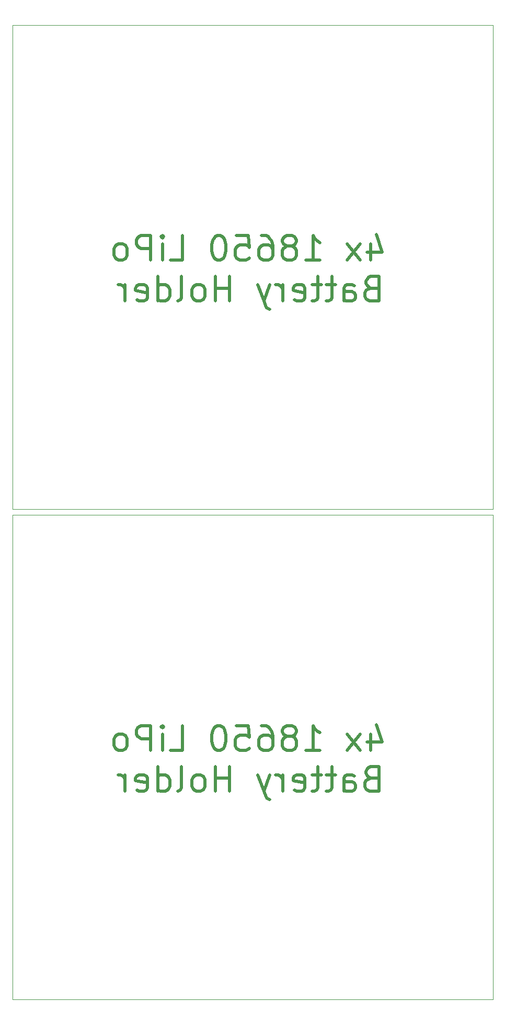
<source format=gbr>
%TF.GenerationSoftware,KiCad,Pcbnew,(6.0.1)*%
%TF.CreationDate,2022-02-05T20:25:37-05:00*%
%TF.ProjectId,battery-board,62617474-6572-4792-9d62-6f6172642e6b,rev?*%
%TF.SameCoordinates,Original*%
%TF.FileFunction,Legend,Bot*%
%TF.FilePolarity,Positive*%
%FSLAX46Y46*%
G04 Gerber Fmt 4.6, Leading zero omitted, Abs format (unit mm)*
G04 Created by KiCad (PCBNEW (6.0.1)) date 2022-02-05 20:25:37*
%MOMM*%
%LPD*%
G01*
G04 APERTURE LIST*
%ADD10C,0.500000*%
%ADD11C,0.120000*%
G04 APERTURE END LIST*
D10*
%TO.C,BH2*%
X68109523Y-36517857D02*
X68109523Y-39184523D01*
X69061904Y-34994047D02*
X70014285Y-37851190D01*
X67538095Y-37851190D01*
X66395238Y-39184523D02*
X64300000Y-36517857D01*
X66395238Y-36517857D02*
X64300000Y-39184523D01*
X57633333Y-39184523D02*
X59919047Y-39184523D01*
X58776190Y-39184523D02*
X58776190Y-35184523D01*
X59157142Y-35755952D01*
X59538095Y-36136904D01*
X59919047Y-36327380D01*
X55347619Y-36898809D02*
X55728571Y-36708333D01*
X55919047Y-36517857D01*
X56109523Y-36136904D01*
X56109523Y-35946428D01*
X55919047Y-35565476D01*
X55728571Y-35375000D01*
X55347619Y-35184523D01*
X54585714Y-35184523D01*
X54204761Y-35375000D01*
X54014285Y-35565476D01*
X53823809Y-35946428D01*
X53823809Y-36136904D01*
X54014285Y-36517857D01*
X54204761Y-36708333D01*
X54585714Y-36898809D01*
X55347619Y-36898809D01*
X55728571Y-37089285D01*
X55919047Y-37279761D01*
X56109523Y-37660714D01*
X56109523Y-38422619D01*
X55919047Y-38803571D01*
X55728571Y-38994047D01*
X55347619Y-39184523D01*
X54585714Y-39184523D01*
X54204761Y-38994047D01*
X54014285Y-38803571D01*
X53823809Y-38422619D01*
X53823809Y-37660714D01*
X54014285Y-37279761D01*
X54204761Y-37089285D01*
X54585714Y-36898809D01*
X50395238Y-35184523D02*
X51157142Y-35184523D01*
X51538095Y-35375000D01*
X51728571Y-35565476D01*
X52109523Y-36136904D01*
X52300000Y-36898809D01*
X52300000Y-38422619D01*
X52109523Y-38803571D01*
X51919047Y-38994047D01*
X51538095Y-39184523D01*
X50776190Y-39184523D01*
X50395238Y-38994047D01*
X50204761Y-38803571D01*
X50014285Y-38422619D01*
X50014285Y-37470238D01*
X50204761Y-37089285D01*
X50395238Y-36898809D01*
X50776190Y-36708333D01*
X51538095Y-36708333D01*
X51919047Y-36898809D01*
X52109523Y-37089285D01*
X52300000Y-37470238D01*
X46395238Y-35184523D02*
X48300000Y-35184523D01*
X48490476Y-37089285D01*
X48300000Y-36898809D01*
X47919047Y-36708333D01*
X46966666Y-36708333D01*
X46585714Y-36898809D01*
X46395238Y-37089285D01*
X46204761Y-37470238D01*
X46204761Y-38422619D01*
X46395238Y-38803571D01*
X46585714Y-38994047D01*
X46966666Y-39184523D01*
X47919047Y-39184523D01*
X48300000Y-38994047D01*
X48490476Y-38803571D01*
X43728571Y-35184523D02*
X43347619Y-35184523D01*
X42966666Y-35375000D01*
X42776190Y-35565476D01*
X42585714Y-35946428D01*
X42395238Y-36708333D01*
X42395238Y-37660714D01*
X42585714Y-38422619D01*
X42776190Y-38803571D01*
X42966666Y-38994047D01*
X43347619Y-39184523D01*
X43728571Y-39184523D01*
X44109523Y-38994047D01*
X44300000Y-38803571D01*
X44490476Y-38422619D01*
X44680952Y-37660714D01*
X44680952Y-36708333D01*
X44490476Y-35946428D01*
X44300000Y-35565476D01*
X44109523Y-35375000D01*
X43728571Y-35184523D01*
X35728571Y-39184523D02*
X37633333Y-39184523D01*
X37633333Y-35184523D01*
X34395238Y-39184523D02*
X34395238Y-36517857D01*
X34395238Y-35184523D02*
X34585714Y-35375000D01*
X34395238Y-35565476D01*
X34204761Y-35375000D01*
X34395238Y-35184523D01*
X34395238Y-35565476D01*
X32490476Y-39184523D02*
X32490476Y-35184523D01*
X30966666Y-35184523D01*
X30585714Y-35375000D01*
X30395238Y-35565476D01*
X30204761Y-35946428D01*
X30204761Y-36517857D01*
X30395238Y-36898809D01*
X30585714Y-37089285D01*
X30966666Y-37279761D01*
X32490476Y-37279761D01*
X27919047Y-39184523D02*
X28300000Y-38994047D01*
X28490476Y-38803571D01*
X28680952Y-38422619D01*
X28680952Y-37279761D01*
X28490476Y-36898809D01*
X28300000Y-36708333D01*
X27919047Y-36517857D01*
X27347619Y-36517857D01*
X26966666Y-36708333D01*
X26776190Y-36898809D01*
X26585714Y-37279761D01*
X26585714Y-38422619D01*
X26776190Y-38803571D01*
X26966666Y-38994047D01*
X27347619Y-39184523D01*
X27919047Y-39184523D01*
X68154009Y-43693285D02*
X67582580Y-43883761D01*
X67392104Y-44074238D01*
X67201628Y-44455190D01*
X67201628Y-45026619D01*
X67392104Y-45407571D01*
X67582580Y-45598047D01*
X67963533Y-45788523D01*
X69487342Y-45788523D01*
X69487342Y-41788523D01*
X68154009Y-41788523D01*
X67773057Y-41979000D01*
X67582580Y-42169476D01*
X67392104Y-42550428D01*
X67392104Y-42931380D01*
X67582580Y-43312333D01*
X67773057Y-43502809D01*
X68154009Y-43693285D01*
X69487342Y-43693285D01*
X63773057Y-45788523D02*
X63773057Y-43693285D01*
X63963533Y-43312333D01*
X64344485Y-43121857D01*
X65106390Y-43121857D01*
X65487342Y-43312333D01*
X63773057Y-45598047D02*
X64154009Y-45788523D01*
X65106390Y-45788523D01*
X65487342Y-45598047D01*
X65677819Y-45217095D01*
X65677819Y-44836142D01*
X65487342Y-44455190D01*
X65106390Y-44264714D01*
X64154009Y-44264714D01*
X63773057Y-44074238D01*
X62439723Y-43121857D02*
X60915914Y-43121857D01*
X61868295Y-41788523D02*
X61868295Y-45217095D01*
X61677819Y-45598047D01*
X61296866Y-45788523D01*
X60915914Y-45788523D01*
X60154009Y-43121857D02*
X58630200Y-43121857D01*
X59582580Y-41788523D02*
X59582580Y-45217095D01*
X59392104Y-45598047D01*
X59011152Y-45788523D01*
X58630200Y-45788523D01*
X55773057Y-45598047D02*
X56154009Y-45788523D01*
X56915914Y-45788523D01*
X57296866Y-45598047D01*
X57487342Y-45217095D01*
X57487342Y-43693285D01*
X57296866Y-43312333D01*
X56915914Y-43121857D01*
X56154009Y-43121857D01*
X55773057Y-43312333D01*
X55582580Y-43693285D01*
X55582580Y-44074238D01*
X57487342Y-44455190D01*
X53868295Y-45788523D02*
X53868295Y-43121857D01*
X53868295Y-43883761D02*
X53677819Y-43502809D01*
X53487342Y-43312333D01*
X53106390Y-43121857D01*
X52725438Y-43121857D01*
X51773057Y-43121857D02*
X50820676Y-45788523D01*
X49868295Y-43121857D02*
X50820676Y-45788523D01*
X51201628Y-46740904D01*
X51392104Y-46931380D01*
X51773057Y-47121857D01*
X45296866Y-45788523D02*
X45296866Y-41788523D01*
X45296866Y-43693285D02*
X43011152Y-43693285D01*
X43011152Y-45788523D02*
X43011152Y-41788523D01*
X40534961Y-45788523D02*
X40915914Y-45598047D01*
X41106390Y-45407571D01*
X41296866Y-45026619D01*
X41296866Y-43883761D01*
X41106390Y-43502809D01*
X40915914Y-43312333D01*
X40534961Y-43121857D01*
X39963533Y-43121857D01*
X39582580Y-43312333D01*
X39392104Y-43502809D01*
X39201628Y-43883761D01*
X39201628Y-45026619D01*
X39392104Y-45407571D01*
X39582580Y-45598047D01*
X39963533Y-45788523D01*
X40534961Y-45788523D01*
X36915914Y-45788523D02*
X37296866Y-45598047D01*
X37487342Y-45217095D01*
X37487342Y-41788523D01*
X33677819Y-45788523D02*
X33677819Y-41788523D01*
X33677819Y-45598047D02*
X34058771Y-45788523D01*
X34820676Y-45788523D01*
X35201628Y-45598047D01*
X35392104Y-45407571D01*
X35582580Y-45026619D01*
X35582580Y-43883761D01*
X35392104Y-43502809D01*
X35201628Y-43312333D01*
X34820676Y-43121857D01*
X34058771Y-43121857D01*
X33677819Y-43312333D01*
X30249247Y-45598047D02*
X30630200Y-45788523D01*
X31392104Y-45788523D01*
X31773057Y-45598047D01*
X31963533Y-45217095D01*
X31963533Y-43693285D01*
X31773057Y-43312333D01*
X31392104Y-43121857D01*
X30630200Y-43121857D01*
X30249247Y-43312333D01*
X30058771Y-43693285D01*
X30058771Y-44074238D01*
X31963533Y-44455190D01*
X28344485Y-45788523D02*
X28344485Y-43121857D01*
X28344485Y-43883761D02*
X28154009Y-43502809D01*
X27963533Y-43312333D01*
X27582580Y-43121857D01*
X27201628Y-43121857D01*
%TO.C,BH1*%
X68109523Y-115827857D02*
X68109523Y-118494523D01*
X69061904Y-114304047D02*
X70014285Y-117161190D01*
X67538095Y-117161190D01*
X66395238Y-118494523D02*
X64300000Y-115827857D01*
X66395238Y-115827857D02*
X64300000Y-118494523D01*
X57633333Y-118494523D02*
X59919047Y-118494523D01*
X58776190Y-118494523D02*
X58776190Y-114494523D01*
X59157142Y-115065952D01*
X59538095Y-115446904D01*
X59919047Y-115637380D01*
X55347619Y-116208809D02*
X55728571Y-116018333D01*
X55919047Y-115827857D01*
X56109523Y-115446904D01*
X56109523Y-115256428D01*
X55919047Y-114875476D01*
X55728571Y-114685000D01*
X55347619Y-114494523D01*
X54585714Y-114494523D01*
X54204761Y-114685000D01*
X54014285Y-114875476D01*
X53823809Y-115256428D01*
X53823809Y-115446904D01*
X54014285Y-115827857D01*
X54204761Y-116018333D01*
X54585714Y-116208809D01*
X55347619Y-116208809D01*
X55728571Y-116399285D01*
X55919047Y-116589761D01*
X56109523Y-116970714D01*
X56109523Y-117732619D01*
X55919047Y-118113571D01*
X55728571Y-118304047D01*
X55347619Y-118494523D01*
X54585714Y-118494523D01*
X54204761Y-118304047D01*
X54014285Y-118113571D01*
X53823809Y-117732619D01*
X53823809Y-116970714D01*
X54014285Y-116589761D01*
X54204761Y-116399285D01*
X54585714Y-116208809D01*
X50395238Y-114494523D02*
X51157142Y-114494523D01*
X51538095Y-114685000D01*
X51728571Y-114875476D01*
X52109523Y-115446904D01*
X52300000Y-116208809D01*
X52300000Y-117732619D01*
X52109523Y-118113571D01*
X51919047Y-118304047D01*
X51538095Y-118494523D01*
X50776190Y-118494523D01*
X50395238Y-118304047D01*
X50204761Y-118113571D01*
X50014285Y-117732619D01*
X50014285Y-116780238D01*
X50204761Y-116399285D01*
X50395238Y-116208809D01*
X50776190Y-116018333D01*
X51538095Y-116018333D01*
X51919047Y-116208809D01*
X52109523Y-116399285D01*
X52300000Y-116780238D01*
X46395238Y-114494523D02*
X48300000Y-114494523D01*
X48490476Y-116399285D01*
X48300000Y-116208809D01*
X47919047Y-116018333D01*
X46966666Y-116018333D01*
X46585714Y-116208809D01*
X46395238Y-116399285D01*
X46204761Y-116780238D01*
X46204761Y-117732619D01*
X46395238Y-118113571D01*
X46585714Y-118304047D01*
X46966666Y-118494523D01*
X47919047Y-118494523D01*
X48300000Y-118304047D01*
X48490476Y-118113571D01*
X43728571Y-114494523D02*
X43347619Y-114494523D01*
X42966666Y-114685000D01*
X42776190Y-114875476D01*
X42585714Y-115256428D01*
X42395238Y-116018333D01*
X42395238Y-116970714D01*
X42585714Y-117732619D01*
X42776190Y-118113571D01*
X42966666Y-118304047D01*
X43347619Y-118494523D01*
X43728571Y-118494523D01*
X44109523Y-118304047D01*
X44300000Y-118113571D01*
X44490476Y-117732619D01*
X44680952Y-116970714D01*
X44680952Y-116018333D01*
X44490476Y-115256428D01*
X44300000Y-114875476D01*
X44109523Y-114685000D01*
X43728571Y-114494523D01*
X35728571Y-118494523D02*
X37633333Y-118494523D01*
X37633333Y-114494523D01*
X34395238Y-118494523D02*
X34395238Y-115827857D01*
X34395238Y-114494523D02*
X34585714Y-114685000D01*
X34395238Y-114875476D01*
X34204761Y-114685000D01*
X34395238Y-114494523D01*
X34395238Y-114875476D01*
X32490476Y-118494523D02*
X32490476Y-114494523D01*
X30966666Y-114494523D01*
X30585714Y-114685000D01*
X30395238Y-114875476D01*
X30204761Y-115256428D01*
X30204761Y-115827857D01*
X30395238Y-116208809D01*
X30585714Y-116399285D01*
X30966666Y-116589761D01*
X32490476Y-116589761D01*
X27919047Y-118494523D02*
X28300000Y-118304047D01*
X28490476Y-118113571D01*
X28680952Y-117732619D01*
X28680952Y-116589761D01*
X28490476Y-116208809D01*
X28300000Y-116018333D01*
X27919047Y-115827857D01*
X27347619Y-115827857D01*
X26966666Y-116018333D01*
X26776190Y-116208809D01*
X26585714Y-116589761D01*
X26585714Y-117732619D01*
X26776190Y-118113571D01*
X26966666Y-118304047D01*
X27347619Y-118494523D01*
X27919047Y-118494523D01*
X68154009Y-123003285D02*
X67582580Y-123193761D01*
X67392104Y-123384238D01*
X67201628Y-123765190D01*
X67201628Y-124336619D01*
X67392104Y-124717571D01*
X67582580Y-124908047D01*
X67963533Y-125098523D01*
X69487342Y-125098523D01*
X69487342Y-121098523D01*
X68154009Y-121098523D01*
X67773057Y-121289000D01*
X67582580Y-121479476D01*
X67392104Y-121860428D01*
X67392104Y-122241380D01*
X67582580Y-122622333D01*
X67773057Y-122812809D01*
X68154009Y-123003285D01*
X69487342Y-123003285D01*
X63773057Y-125098523D02*
X63773057Y-123003285D01*
X63963533Y-122622333D01*
X64344485Y-122431857D01*
X65106390Y-122431857D01*
X65487342Y-122622333D01*
X63773057Y-124908047D02*
X64154009Y-125098523D01*
X65106390Y-125098523D01*
X65487342Y-124908047D01*
X65677819Y-124527095D01*
X65677819Y-124146142D01*
X65487342Y-123765190D01*
X65106390Y-123574714D01*
X64154009Y-123574714D01*
X63773057Y-123384238D01*
X62439723Y-122431857D02*
X60915914Y-122431857D01*
X61868295Y-121098523D02*
X61868295Y-124527095D01*
X61677819Y-124908047D01*
X61296866Y-125098523D01*
X60915914Y-125098523D01*
X60154009Y-122431857D02*
X58630200Y-122431857D01*
X59582580Y-121098523D02*
X59582580Y-124527095D01*
X59392104Y-124908047D01*
X59011152Y-125098523D01*
X58630200Y-125098523D01*
X55773057Y-124908047D02*
X56154009Y-125098523D01*
X56915914Y-125098523D01*
X57296866Y-124908047D01*
X57487342Y-124527095D01*
X57487342Y-123003285D01*
X57296866Y-122622333D01*
X56915914Y-122431857D01*
X56154009Y-122431857D01*
X55773057Y-122622333D01*
X55582580Y-123003285D01*
X55582580Y-123384238D01*
X57487342Y-123765190D01*
X53868295Y-125098523D02*
X53868295Y-122431857D01*
X53868295Y-123193761D02*
X53677819Y-122812809D01*
X53487342Y-122622333D01*
X53106390Y-122431857D01*
X52725438Y-122431857D01*
X51773057Y-122431857D02*
X50820676Y-125098523D01*
X49868295Y-122431857D02*
X50820676Y-125098523D01*
X51201628Y-126050904D01*
X51392104Y-126241380D01*
X51773057Y-126431857D01*
X45296866Y-125098523D02*
X45296866Y-121098523D01*
X45296866Y-123003285D02*
X43011152Y-123003285D01*
X43011152Y-125098523D02*
X43011152Y-121098523D01*
X40534961Y-125098523D02*
X40915914Y-124908047D01*
X41106390Y-124717571D01*
X41296866Y-124336619D01*
X41296866Y-123193761D01*
X41106390Y-122812809D01*
X40915914Y-122622333D01*
X40534961Y-122431857D01*
X39963533Y-122431857D01*
X39582580Y-122622333D01*
X39392104Y-122812809D01*
X39201628Y-123193761D01*
X39201628Y-124336619D01*
X39392104Y-124717571D01*
X39582580Y-124908047D01*
X39963533Y-125098523D01*
X40534961Y-125098523D01*
X36915914Y-125098523D02*
X37296866Y-124908047D01*
X37487342Y-124527095D01*
X37487342Y-121098523D01*
X33677819Y-125098523D02*
X33677819Y-121098523D01*
X33677819Y-124908047D02*
X34058771Y-125098523D01*
X34820676Y-125098523D01*
X35201628Y-124908047D01*
X35392104Y-124717571D01*
X35582580Y-124336619D01*
X35582580Y-123193761D01*
X35392104Y-122812809D01*
X35201628Y-122622333D01*
X34820676Y-122431857D01*
X34058771Y-122431857D01*
X33677819Y-122622333D01*
X30249247Y-124908047D02*
X30630200Y-125098523D01*
X31392104Y-125098523D01*
X31773057Y-124908047D01*
X31963533Y-124527095D01*
X31963533Y-123003285D01*
X31773057Y-122622333D01*
X31392104Y-122431857D01*
X30630200Y-122431857D01*
X30249247Y-122622333D01*
X30058771Y-123003285D01*
X30058771Y-123384238D01*
X31963533Y-123765190D01*
X28344485Y-125098523D02*
X28344485Y-122431857D01*
X28344485Y-123193761D02*
X28154009Y-122812809D01*
X27963533Y-122622333D01*
X27582580Y-122431857D01*
X27201628Y-122431857D01*
D11*
%TO.C,BH2*%
X87900000Y-1095000D02*
X10100000Y-1095000D01*
X10100000Y-1095000D02*
X10100000Y-79445000D01*
X10100000Y-79445000D02*
X87900000Y-79445000D01*
X87900000Y-79445000D02*
X87900000Y-1095000D01*
%TO.C,BH1*%
X87900000Y-80405000D02*
X10100000Y-80405000D01*
X10100000Y-80405000D02*
X10100000Y-158755000D01*
X10100000Y-158755000D02*
X87900000Y-158755000D01*
X87900000Y-158755000D02*
X87900000Y-80405000D01*
%TD*%
M02*

</source>
